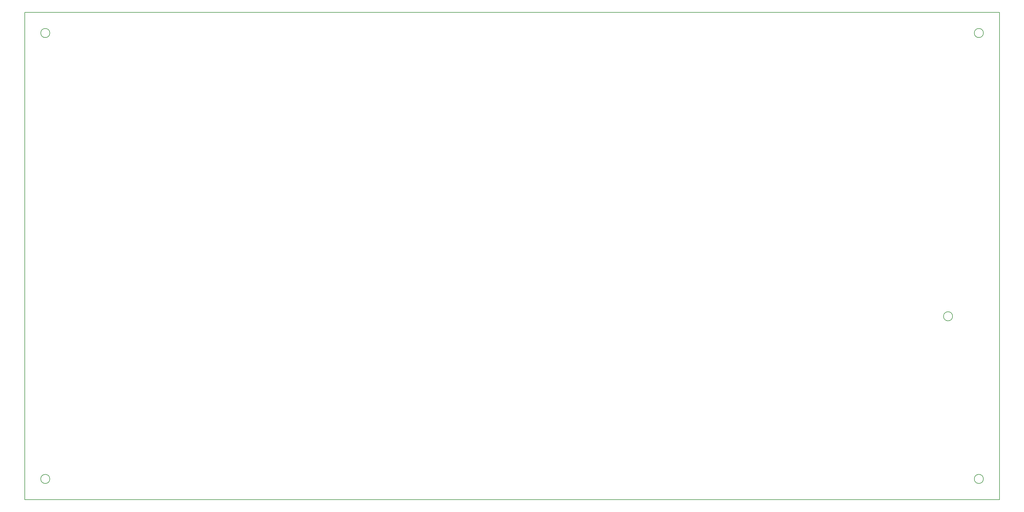
<source format=gko>
%TF.GenerationSoftware,KiCad,Pcbnew,7.0.5*%
%TF.CreationDate,2024-10-12T11:19:13-04:00*%
%TF.ProjectId,selftest_bd,73656c66-7465-4737-945f-62642e6b6963,2.1*%
%TF.SameCoordinates,Original*%
%TF.FileFunction,Profile,NP*%
%FSLAX46Y46*%
G04 Gerber Fmt 4.6, Leading zero omitted, Abs format (unit mm)*
G04 Created by KiCad (PCBNEW 7.0.5) date 2024-10-12 11:19:13*
%MOMM*%
%LPD*%
G01*
G04 APERTURE LIST*
%TA.AperFunction,Profile*%
%ADD10C,0.160000*%
%TD*%
G04 APERTURE END LIST*
D10*
X349400000Y-141000000D02*
G75*
G03*
X349400000Y-141000000I-1400000J0D01*
G01*
X71580000Y-191080000D02*
G75*
G03*
X71580000Y-191080000I-1400000J0D01*
G01*
X358880000Y-191080000D02*
G75*
G03*
X358880000Y-191080000I-1400000J0D01*
G01*
X71580000Y-53780000D02*
G75*
G03*
X71580000Y-53780000I-1400000J0D01*
G01*
X358880000Y-53780000D02*
G75*
G03*
X358880000Y-53780000I-1400000J0D01*
G01*
X63830000Y-47430000D02*
X363830000Y-47430000D01*
X363830000Y-197430000D01*
X63830000Y-197430000D01*
X63830000Y-47430000D01*
M02*

</source>
